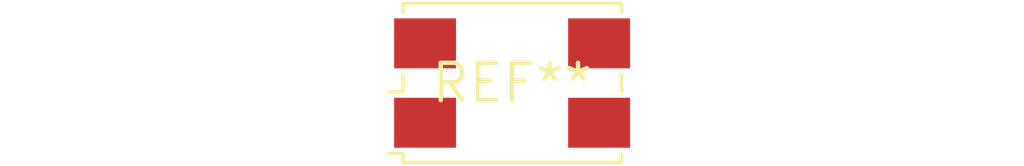
<source format=kicad_pcb>
(kicad_pcb (version 20240108) (generator pcbnew)
  (layers (0 "F.Cu" signal) (31 "B.Cu" signal) (34 "B.Paste" user) (35 "F.Paste" user) (36 "B.SilkS" user "B.Silkscreen") (37 "F.SilkS" user "F.Silkscreen") (38 "B.Mask" user) (39 "F.Mask" user) (44 "Edge.Cuts" user))
  (net 0 "")
  (footprint "Crystal_SMD_7050-4Pin_7.0x5.0mm" (layer "F.Cu") (at 0 0)
    (property "Reference" "REF**")
    (property "Value" "Crystal_SMD_7050-4Pin_7.0x5.0mm")
    (fp_line (start -4.2 0.3) (end -3.7 0.3) (layer "F.SilkS") (stroke (width 0.12)))
    (fp_line (start -4.2 2.4) (end -3.7 2.4) (layer "F.SilkS") (stroke (width 0.12)))
    (fp_line (start -3.7 -2.7) (end 3.7 -2.7) (layer "F.SilkS") (stroke (width 0.12)))
    (fp_line (start -3.7 -2.4) (end -3.7 -2.7) (layer "F.SilkS") (stroke (width 0.12)))
    (fp_line (start -3.7 0.3) (end -3.7 -0.3) (layer "F.SilkS") (stroke (width 0.12)))
    (fp_line (start -3.7 2.4) (end -3.7 2.7) (layer "F.SilkS") (stroke (width 0.12)))
    (fp_line (start -3.7 2.7) (end 3.7 2.7) (layer "F.SilkS") (stroke (width 0.12)))
    (fp_line (start 3.7 -2.7) (end 3.7 -2.4) (layer "F.SilkS") (stroke (width 0.12)))
    (fp_line (start 3.7 -0.3) (end 3.7 0.3) (layer "F.SilkS") (stroke (width 0.12)))
    (fp_line (start 3.7 2.7) (end 3.7 2.4) (layer "F.SilkS") (stroke (width 0.12)))
    (pad "1" smd rect (at -2.95 1.35) (size 2.1 1.7) (layers "F.Cu" "F.Paste" "F.Mask"))
    (pad "2" smd rect (at 2.95 1.35) (size 2.1 1.7) (layers "F.Cu" "F.Paste" "F.Mask"))
    (pad "3" smd rect (at 2.95 -1.35) (size 2.1 1.7) (layers "F.Cu" "F.Paste" "F.Mask"))
    (pad "4" smd rect (at -2.95 -1.35) (size 2.1 1.7) (layers "F.Cu" "F.Paste" "F.Mask"))
  )
)
</source>
